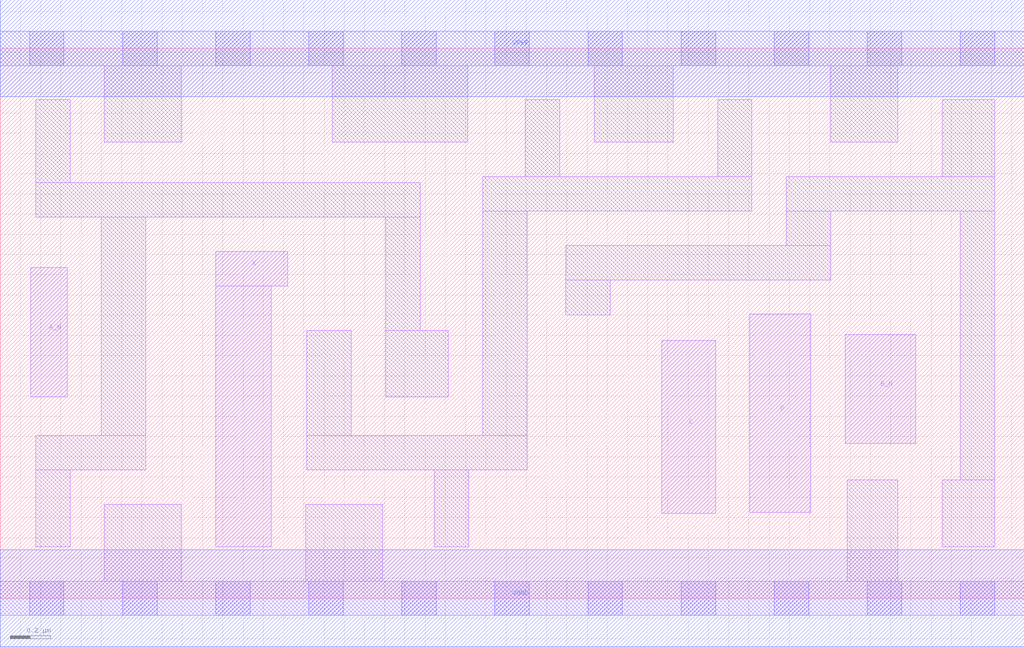
<source format=lef>
# Copyright 2020 The SkyWater PDK Authors
#
# Licensed under the Apache License, Version 2.0 (the "License");
# you may not use this file except in compliance with the License.
# You may obtain a copy of the License at
#
#     https://www.apache.org/licenses/LICENSE-2.0
#
# Unless required by applicable law or agreed to in writing, software
# distributed under the License is distributed on an "AS IS" BASIS,
# WITHOUT WARRANTIES OR CONDITIONS OF ANY KIND, either express or implied.
# See the License for the specific language governing permissions and
# limitations under the License.
#
# SPDX-License-Identifier: Apache-2.0

VERSION 5.7 ;
BUSBITCHARS "[]" ;
DIVIDERCHAR "/" ;
PROPERTYDEFINITIONS
  MACRO maskLayoutSubType STRING ;
  MACRO prCellType STRING ;
  MACRO originalViewName STRING ;
END PROPERTYDEFINITIONS
MACRO sky130_fd_sc_hdll__and4bb_2
  ORIGIN  0.000000  0.000000 ;
  CLASS CORE ;
  SYMMETRY X Y R90 ;
  SIZE  5.060000 BY  2.720000 ;
  SITE unithd ;
  PIN A_N
    ANTENNAGATEAREA  0.138600 ;
    DIRECTION INPUT ;
    USE SIGNAL ;
    PORT
      LAYER li1 ;
        RECT 0.150000 0.995000 0.330000 1.635000 ;
    END
  END A_N
  PIN B_N
    ANTENNAGATEAREA  0.138600 ;
    DIRECTION INPUT ;
    USE SIGNAL ;
    PORT
      LAYER li1 ;
        RECT 4.175000 0.765000 4.525000 1.305000 ;
    END
  END B_N
  PIN C
    ANTENNAGATEAREA  0.138600 ;
    DIRECTION INPUT ;
    USE SIGNAL ;
    PORT
      LAYER li1 ;
        RECT 3.270000 0.420000 3.535000 1.275000 ;
    END
  END C
  PIN D
    ANTENNAGATEAREA  0.138600 ;
    DIRECTION INPUT ;
    USE SIGNAL ;
    PORT
      LAYER li1 ;
        RECT 3.705000 0.425000 4.005000 1.405000 ;
    END
  END D
  PIN VGND
    DIRECTION INOUT ;
    USE SIGNAL ;
    PORT
      LAYER met1 ;
        RECT 0.000000 -0.240000 5.060000 0.240000 ;
    END
  END VGND
  PIN VPWR
    DIRECTION INOUT ;
    USE SIGNAL ;
    PORT
      LAYER met1 ;
        RECT 0.000000 2.480000 5.060000 2.960000 ;
    END
  END VPWR
  PIN X
    ANTENNADIFFAREA  0.498000 ;
    DIRECTION OUTPUT ;
    USE SIGNAL ;
    PORT
      LAYER li1 ;
        RECT 1.065000 0.255000 1.340000 1.545000 ;
        RECT 1.065000 1.545000 1.420000 1.715000 ;
    END
  END X
  OBS
    LAYER li1 ;
      RECT 0.000000 -0.085000 5.060000 0.085000 ;
      RECT 0.000000  2.635000 5.060000 2.805000 ;
      RECT 0.175000  0.255000 0.345000 0.635000 ;
      RECT 0.175000  0.635000 0.720000 0.805000 ;
      RECT 0.175000  1.885000 2.075000 2.055000 ;
      RECT 0.175000  2.055000 0.345000 2.465000 ;
      RECT 0.500000  0.805000 0.720000 1.885000 ;
      RECT 0.515000  0.085000 0.895000 0.465000 ;
      RECT 0.515000  2.255000 0.895000 2.635000 ;
      RECT 1.510000  0.085000 1.890000 0.465000 ;
      RECT 1.515000  0.635000 2.605000 0.805000 ;
      RECT 1.515000  0.805000 1.735000 1.325000 ;
      RECT 1.640000  2.255000 2.310000 2.635000 ;
      RECT 1.905000  0.995000 2.215000 1.325000 ;
      RECT 1.905000  1.325000 2.075000 1.885000 ;
      RECT 2.145000  0.255000 2.315000 0.635000 ;
      RECT 2.385000  0.805000 2.605000 1.915000 ;
      RECT 2.385000  1.915000 3.715000 2.085000 ;
      RECT 2.595000  2.085000 2.765000 2.465000 ;
      RECT 2.795000  1.400000 3.015000 1.575000 ;
      RECT 2.795000  1.575000 4.105000 1.745000 ;
      RECT 2.935000  2.255000 3.325000 2.635000 ;
      RECT 3.545000  2.085000 3.715000 2.465000 ;
      RECT 3.885000  1.745000 4.105000 1.915000 ;
      RECT 3.885000  1.915000 4.915000 2.085000 ;
      RECT 4.105000  2.255000 4.435000 2.635000 ;
      RECT 4.185000  0.085000 4.435000 0.585000 ;
      RECT 4.655000  0.255000 4.915000 0.585000 ;
      RECT 4.655000  2.085000 4.915000 2.465000 ;
      RECT 4.745000  0.585000 4.915000 1.915000 ;
    LAYER mcon ;
      RECT 0.145000 -0.085000 0.315000 0.085000 ;
      RECT 0.145000  2.635000 0.315000 2.805000 ;
      RECT 0.605000 -0.085000 0.775000 0.085000 ;
      RECT 0.605000  2.635000 0.775000 2.805000 ;
      RECT 1.065000 -0.085000 1.235000 0.085000 ;
      RECT 1.065000  2.635000 1.235000 2.805000 ;
      RECT 1.525000 -0.085000 1.695000 0.085000 ;
      RECT 1.525000  2.635000 1.695000 2.805000 ;
      RECT 1.985000 -0.085000 2.155000 0.085000 ;
      RECT 1.985000  2.635000 2.155000 2.805000 ;
      RECT 2.445000 -0.085000 2.615000 0.085000 ;
      RECT 2.445000  2.635000 2.615000 2.805000 ;
      RECT 2.905000 -0.085000 3.075000 0.085000 ;
      RECT 2.905000  2.635000 3.075000 2.805000 ;
      RECT 3.365000 -0.085000 3.535000 0.085000 ;
      RECT 3.365000  2.635000 3.535000 2.805000 ;
      RECT 3.825000 -0.085000 3.995000 0.085000 ;
      RECT 3.825000  2.635000 3.995000 2.805000 ;
      RECT 4.285000 -0.085000 4.455000 0.085000 ;
      RECT 4.285000  2.635000 4.455000 2.805000 ;
      RECT 4.745000 -0.085000 4.915000 0.085000 ;
      RECT 4.745000  2.635000 4.915000 2.805000 ;
  END
  PROPERTY maskLayoutSubType "abstract" ;
  PROPERTY prCellType "standard" ;
  PROPERTY originalViewName "layout" ;
END sky130_fd_sc_hdll__and4bb_2
END LIBRARY

</source>
